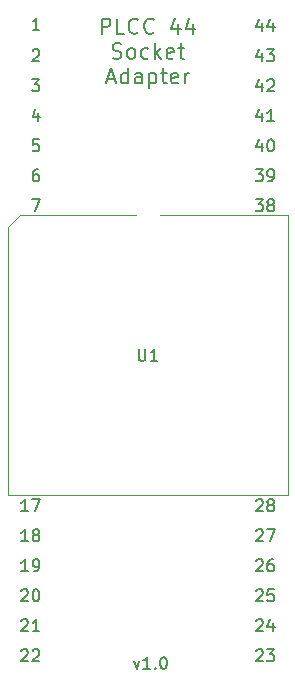
<source format=gbr>
%TF.GenerationSoftware,KiCad,Pcbnew,8.0.7*%
%TF.CreationDate,2025-02-20T01:51:32-06:00*%
%TF.ProjectId,PLCC-44-Socket-Adapter,504c4343-2d34-4342-9d53-6f636b65742d,v1.0*%
%TF.SameCoordinates,Original*%
%TF.FileFunction,Legend,Top*%
%TF.FilePolarity,Positive*%
%FSLAX46Y46*%
G04 Gerber Fmt 4.6, Leading zero omitted, Abs format (unit mm)*
G04 Created by KiCad (PCBNEW 8.0.7) date 2025-02-20 01:51:32*
%MOMM*%
%LPD*%
G01*
G04 APERTURE LIST*
%ADD10C,0.150000*%
%ADD11C,0.200000*%
%ADD12C,0.120000*%
G04 APERTURE END LIST*
D10*
X117129160Y-118980057D02*
X117176779Y-118932438D01*
X117176779Y-118932438D02*
X117272017Y-118884819D01*
X117272017Y-118884819D02*
X117510112Y-118884819D01*
X117510112Y-118884819D02*
X117605350Y-118932438D01*
X117605350Y-118932438D02*
X117652969Y-118980057D01*
X117652969Y-118980057D02*
X117700588Y-119075295D01*
X117700588Y-119075295D02*
X117700588Y-119170533D01*
X117700588Y-119170533D02*
X117652969Y-119313390D01*
X117652969Y-119313390D02*
X117081541Y-119884819D01*
X117081541Y-119884819D02*
X117700588Y-119884819D01*
X118033922Y-118884819D02*
X118652969Y-118884819D01*
X118652969Y-118884819D02*
X118319636Y-119265771D01*
X118319636Y-119265771D02*
X118462493Y-119265771D01*
X118462493Y-119265771D02*
X118557731Y-119313390D01*
X118557731Y-119313390D02*
X118605350Y-119361009D01*
X118605350Y-119361009D02*
X118652969Y-119456247D01*
X118652969Y-119456247D02*
X118652969Y-119694342D01*
X118652969Y-119694342D02*
X118605350Y-119789580D01*
X118605350Y-119789580D02*
X118557731Y-119837200D01*
X118557731Y-119837200D02*
X118462493Y-119884819D01*
X118462493Y-119884819D02*
X118176779Y-119884819D01*
X118176779Y-119884819D02*
X118081541Y-119837200D01*
X118081541Y-119837200D02*
X118033922Y-119789580D01*
X117605350Y-70958152D02*
X117605350Y-71624819D01*
X117367255Y-70577200D02*
X117129160Y-71291485D01*
X117129160Y-71291485D02*
X117748207Y-71291485D01*
X118081541Y-70720057D02*
X118129160Y-70672438D01*
X118129160Y-70672438D02*
X118224398Y-70624819D01*
X118224398Y-70624819D02*
X118462493Y-70624819D01*
X118462493Y-70624819D02*
X118557731Y-70672438D01*
X118557731Y-70672438D02*
X118605350Y-70720057D01*
X118605350Y-70720057D02*
X118652969Y-70815295D01*
X118652969Y-70815295D02*
X118652969Y-70910533D01*
X118652969Y-70910533D02*
X118605350Y-71053390D01*
X118605350Y-71053390D02*
X118033922Y-71624819D01*
X118033922Y-71624819D02*
X118652969Y-71624819D01*
X98199411Y-68180057D02*
X98247030Y-68132438D01*
X98247030Y-68132438D02*
X98342268Y-68084819D01*
X98342268Y-68084819D02*
X98580363Y-68084819D01*
X98580363Y-68084819D02*
X98675601Y-68132438D01*
X98675601Y-68132438D02*
X98723220Y-68180057D01*
X98723220Y-68180057D02*
X98770839Y-68275295D01*
X98770839Y-68275295D02*
X98770839Y-68370533D01*
X98770839Y-68370533D02*
X98723220Y-68513390D01*
X98723220Y-68513390D02*
X98151792Y-69084819D01*
X98151792Y-69084819D02*
X98770839Y-69084819D01*
X117081541Y-80784819D02*
X117700588Y-80784819D01*
X117700588Y-80784819D02*
X117367255Y-81165771D01*
X117367255Y-81165771D02*
X117510112Y-81165771D01*
X117510112Y-81165771D02*
X117605350Y-81213390D01*
X117605350Y-81213390D02*
X117652969Y-81261009D01*
X117652969Y-81261009D02*
X117700588Y-81356247D01*
X117700588Y-81356247D02*
X117700588Y-81594342D01*
X117700588Y-81594342D02*
X117652969Y-81689580D01*
X117652969Y-81689580D02*
X117605350Y-81737200D01*
X117605350Y-81737200D02*
X117510112Y-81784819D01*
X117510112Y-81784819D02*
X117224398Y-81784819D01*
X117224398Y-81784819D02*
X117129160Y-81737200D01*
X117129160Y-81737200D02*
X117081541Y-81689580D01*
X118272017Y-81213390D02*
X118176779Y-81165771D01*
X118176779Y-81165771D02*
X118129160Y-81118152D01*
X118129160Y-81118152D02*
X118081541Y-81022914D01*
X118081541Y-81022914D02*
X118081541Y-80975295D01*
X118081541Y-80975295D02*
X118129160Y-80880057D01*
X118129160Y-80880057D02*
X118176779Y-80832438D01*
X118176779Y-80832438D02*
X118272017Y-80784819D01*
X118272017Y-80784819D02*
X118462493Y-80784819D01*
X118462493Y-80784819D02*
X118557731Y-80832438D01*
X118557731Y-80832438D02*
X118605350Y-80880057D01*
X118605350Y-80880057D02*
X118652969Y-80975295D01*
X118652969Y-80975295D02*
X118652969Y-81022914D01*
X118652969Y-81022914D02*
X118605350Y-81118152D01*
X118605350Y-81118152D02*
X118557731Y-81165771D01*
X118557731Y-81165771D02*
X118462493Y-81213390D01*
X118462493Y-81213390D02*
X118272017Y-81213390D01*
X118272017Y-81213390D02*
X118176779Y-81261009D01*
X118176779Y-81261009D02*
X118129160Y-81308628D01*
X118129160Y-81308628D02*
X118081541Y-81403866D01*
X118081541Y-81403866D02*
X118081541Y-81594342D01*
X118081541Y-81594342D02*
X118129160Y-81689580D01*
X118129160Y-81689580D02*
X118176779Y-81737200D01*
X118176779Y-81737200D02*
X118272017Y-81784819D01*
X118272017Y-81784819D02*
X118462493Y-81784819D01*
X118462493Y-81784819D02*
X118557731Y-81737200D01*
X118557731Y-81737200D02*
X118605350Y-81689580D01*
X118605350Y-81689580D02*
X118652969Y-81594342D01*
X118652969Y-81594342D02*
X118652969Y-81403866D01*
X118652969Y-81403866D02*
X118605350Y-81308628D01*
X118605350Y-81308628D02*
X118557731Y-81261009D01*
X118557731Y-81261009D02*
X118462493Y-81213390D01*
X98723220Y-75704819D02*
X98247030Y-75704819D01*
X98247030Y-75704819D02*
X98199411Y-76181009D01*
X98199411Y-76181009D02*
X98247030Y-76133390D01*
X98247030Y-76133390D02*
X98342268Y-76085771D01*
X98342268Y-76085771D02*
X98580363Y-76085771D01*
X98580363Y-76085771D02*
X98675601Y-76133390D01*
X98675601Y-76133390D02*
X98723220Y-76181009D01*
X98723220Y-76181009D02*
X98770839Y-76276247D01*
X98770839Y-76276247D02*
X98770839Y-76514342D01*
X98770839Y-76514342D02*
X98723220Y-76609580D01*
X98723220Y-76609580D02*
X98675601Y-76657200D01*
X98675601Y-76657200D02*
X98580363Y-76704819D01*
X98580363Y-76704819D02*
X98342268Y-76704819D01*
X98342268Y-76704819D02*
X98247030Y-76657200D01*
X98247030Y-76657200D02*
X98199411Y-76609580D01*
X98151792Y-80784819D02*
X98818458Y-80784819D01*
X98818458Y-80784819D02*
X98389887Y-81784819D01*
X117129160Y-106280057D02*
X117176779Y-106232438D01*
X117176779Y-106232438D02*
X117272017Y-106184819D01*
X117272017Y-106184819D02*
X117510112Y-106184819D01*
X117510112Y-106184819D02*
X117605350Y-106232438D01*
X117605350Y-106232438D02*
X117652969Y-106280057D01*
X117652969Y-106280057D02*
X117700588Y-106375295D01*
X117700588Y-106375295D02*
X117700588Y-106470533D01*
X117700588Y-106470533D02*
X117652969Y-106613390D01*
X117652969Y-106613390D02*
X117081541Y-107184819D01*
X117081541Y-107184819D02*
X117700588Y-107184819D01*
X118272017Y-106613390D02*
X118176779Y-106565771D01*
X118176779Y-106565771D02*
X118129160Y-106518152D01*
X118129160Y-106518152D02*
X118081541Y-106422914D01*
X118081541Y-106422914D02*
X118081541Y-106375295D01*
X118081541Y-106375295D02*
X118129160Y-106280057D01*
X118129160Y-106280057D02*
X118176779Y-106232438D01*
X118176779Y-106232438D02*
X118272017Y-106184819D01*
X118272017Y-106184819D02*
X118462493Y-106184819D01*
X118462493Y-106184819D02*
X118557731Y-106232438D01*
X118557731Y-106232438D02*
X118605350Y-106280057D01*
X118605350Y-106280057D02*
X118652969Y-106375295D01*
X118652969Y-106375295D02*
X118652969Y-106422914D01*
X118652969Y-106422914D02*
X118605350Y-106518152D01*
X118605350Y-106518152D02*
X118557731Y-106565771D01*
X118557731Y-106565771D02*
X118462493Y-106613390D01*
X118462493Y-106613390D02*
X118272017Y-106613390D01*
X118272017Y-106613390D02*
X118176779Y-106661009D01*
X118176779Y-106661009D02*
X118129160Y-106708628D01*
X118129160Y-106708628D02*
X118081541Y-106803866D01*
X118081541Y-106803866D02*
X118081541Y-106994342D01*
X118081541Y-106994342D02*
X118129160Y-107089580D01*
X118129160Y-107089580D02*
X118176779Y-107137200D01*
X118176779Y-107137200D02*
X118272017Y-107184819D01*
X118272017Y-107184819D02*
X118462493Y-107184819D01*
X118462493Y-107184819D02*
X118557731Y-107137200D01*
X118557731Y-107137200D02*
X118605350Y-107089580D01*
X118605350Y-107089580D02*
X118652969Y-106994342D01*
X118652969Y-106994342D02*
X118652969Y-106803866D01*
X118652969Y-106803866D02*
X118605350Y-106708628D01*
X118605350Y-106708628D02*
X118557731Y-106661009D01*
X118557731Y-106661009D02*
X118462493Y-106613390D01*
X117605350Y-68418152D02*
X117605350Y-69084819D01*
X117367255Y-68037200D02*
X117129160Y-68751485D01*
X117129160Y-68751485D02*
X117748207Y-68751485D01*
X118033922Y-68084819D02*
X118652969Y-68084819D01*
X118652969Y-68084819D02*
X118319636Y-68465771D01*
X118319636Y-68465771D02*
X118462493Y-68465771D01*
X118462493Y-68465771D02*
X118557731Y-68513390D01*
X118557731Y-68513390D02*
X118605350Y-68561009D01*
X118605350Y-68561009D02*
X118652969Y-68656247D01*
X118652969Y-68656247D02*
X118652969Y-68894342D01*
X118652969Y-68894342D02*
X118605350Y-68989580D01*
X118605350Y-68989580D02*
X118557731Y-69037200D01*
X118557731Y-69037200D02*
X118462493Y-69084819D01*
X118462493Y-69084819D02*
X118176779Y-69084819D01*
X118176779Y-69084819D02*
X118081541Y-69037200D01*
X118081541Y-69037200D02*
X118033922Y-68989580D01*
X117129160Y-113900057D02*
X117176779Y-113852438D01*
X117176779Y-113852438D02*
X117272017Y-113804819D01*
X117272017Y-113804819D02*
X117510112Y-113804819D01*
X117510112Y-113804819D02*
X117605350Y-113852438D01*
X117605350Y-113852438D02*
X117652969Y-113900057D01*
X117652969Y-113900057D02*
X117700588Y-113995295D01*
X117700588Y-113995295D02*
X117700588Y-114090533D01*
X117700588Y-114090533D02*
X117652969Y-114233390D01*
X117652969Y-114233390D02*
X117081541Y-114804819D01*
X117081541Y-114804819D02*
X117700588Y-114804819D01*
X118605350Y-113804819D02*
X118129160Y-113804819D01*
X118129160Y-113804819D02*
X118081541Y-114281009D01*
X118081541Y-114281009D02*
X118129160Y-114233390D01*
X118129160Y-114233390D02*
X118224398Y-114185771D01*
X118224398Y-114185771D02*
X118462493Y-114185771D01*
X118462493Y-114185771D02*
X118557731Y-114233390D01*
X118557731Y-114233390D02*
X118605350Y-114281009D01*
X118605350Y-114281009D02*
X118652969Y-114376247D01*
X118652969Y-114376247D02*
X118652969Y-114614342D01*
X118652969Y-114614342D02*
X118605350Y-114709580D01*
X118605350Y-114709580D02*
X118557731Y-114757200D01*
X118557731Y-114757200D02*
X118462493Y-114804819D01*
X118462493Y-114804819D02*
X118224398Y-114804819D01*
X118224398Y-114804819D02*
X118129160Y-114757200D01*
X118129160Y-114757200D02*
X118081541Y-114709580D01*
X97818458Y-112264819D02*
X97247030Y-112264819D01*
X97532744Y-112264819D02*
X97532744Y-111264819D01*
X97532744Y-111264819D02*
X97437506Y-111407676D01*
X97437506Y-111407676D02*
X97342268Y-111502914D01*
X97342268Y-111502914D02*
X97247030Y-111550533D01*
X98294649Y-112264819D02*
X98485125Y-112264819D01*
X98485125Y-112264819D02*
X98580363Y-112217200D01*
X98580363Y-112217200D02*
X98627982Y-112169580D01*
X98627982Y-112169580D02*
X98723220Y-112026723D01*
X98723220Y-112026723D02*
X98770839Y-111836247D01*
X98770839Y-111836247D02*
X98770839Y-111455295D01*
X98770839Y-111455295D02*
X98723220Y-111360057D01*
X98723220Y-111360057D02*
X98675601Y-111312438D01*
X98675601Y-111312438D02*
X98580363Y-111264819D01*
X98580363Y-111264819D02*
X98389887Y-111264819D01*
X98389887Y-111264819D02*
X98294649Y-111312438D01*
X98294649Y-111312438D02*
X98247030Y-111360057D01*
X98247030Y-111360057D02*
X98199411Y-111455295D01*
X98199411Y-111455295D02*
X98199411Y-111693390D01*
X98199411Y-111693390D02*
X98247030Y-111788628D01*
X98247030Y-111788628D02*
X98294649Y-111836247D01*
X98294649Y-111836247D02*
X98389887Y-111883866D01*
X98389887Y-111883866D02*
X98580363Y-111883866D01*
X98580363Y-111883866D02*
X98675601Y-111836247D01*
X98675601Y-111836247D02*
X98723220Y-111788628D01*
X98723220Y-111788628D02*
X98770839Y-111693390D01*
X97818458Y-107184819D02*
X97247030Y-107184819D01*
X97532744Y-107184819D02*
X97532744Y-106184819D01*
X97532744Y-106184819D02*
X97437506Y-106327676D01*
X97437506Y-106327676D02*
X97342268Y-106422914D01*
X97342268Y-106422914D02*
X97247030Y-106470533D01*
X98151792Y-106184819D02*
X98818458Y-106184819D01*
X98818458Y-106184819D02*
X98389887Y-107184819D01*
X98151792Y-70624819D02*
X98770839Y-70624819D01*
X98770839Y-70624819D02*
X98437506Y-71005771D01*
X98437506Y-71005771D02*
X98580363Y-71005771D01*
X98580363Y-71005771D02*
X98675601Y-71053390D01*
X98675601Y-71053390D02*
X98723220Y-71101009D01*
X98723220Y-71101009D02*
X98770839Y-71196247D01*
X98770839Y-71196247D02*
X98770839Y-71434342D01*
X98770839Y-71434342D02*
X98723220Y-71529580D01*
X98723220Y-71529580D02*
X98675601Y-71577200D01*
X98675601Y-71577200D02*
X98580363Y-71624819D01*
X98580363Y-71624819D02*
X98294649Y-71624819D01*
X98294649Y-71624819D02*
X98199411Y-71577200D01*
X98199411Y-71577200D02*
X98151792Y-71529580D01*
X117129160Y-111360057D02*
X117176779Y-111312438D01*
X117176779Y-111312438D02*
X117272017Y-111264819D01*
X117272017Y-111264819D02*
X117510112Y-111264819D01*
X117510112Y-111264819D02*
X117605350Y-111312438D01*
X117605350Y-111312438D02*
X117652969Y-111360057D01*
X117652969Y-111360057D02*
X117700588Y-111455295D01*
X117700588Y-111455295D02*
X117700588Y-111550533D01*
X117700588Y-111550533D02*
X117652969Y-111693390D01*
X117652969Y-111693390D02*
X117081541Y-112264819D01*
X117081541Y-112264819D02*
X117700588Y-112264819D01*
X118557731Y-111264819D02*
X118367255Y-111264819D01*
X118367255Y-111264819D02*
X118272017Y-111312438D01*
X118272017Y-111312438D02*
X118224398Y-111360057D01*
X118224398Y-111360057D02*
X118129160Y-111502914D01*
X118129160Y-111502914D02*
X118081541Y-111693390D01*
X118081541Y-111693390D02*
X118081541Y-112074342D01*
X118081541Y-112074342D02*
X118129160Y-112169580D01*
X118129160Y-112169580D02*
X118176779Y-112217200D01*
X118176779Y-112217200D02*
X118272017Y-112264819D01*
X118272017Y-112264819D02*
X118462493Y-112264819D01*
X118462493Y-112264819D02*
X118557731Y-112217200D01*
X118557731Y-112217200D02*
X118605350Y-112169580D01*
X118605350Y-112169580D02*
X118652969Y-112074342D01*
X118652969Y-112074342D02*
X118652969Y-111836247D01*
X118652969Y-111836247D02*
X118605350Y-111741009D01*
X118605350Y-111741009D02*
X118557731Y-111693390D01*
X118557731Y-111693390D02*
X118462493Y-111645771D01*
X118462493Y-111645771D02*
X118272017Y-111645771D01*
X118272017Y-111645771D02*
X118176779Y-111693390D01*
X118176779Y-111693390D02*
X118129160Y-111741009D01*
X118129160Y-111741009D02*
X118081541Y-111836247D01*
X97247030Y-118980057D02*
X97294649Y-118932438D01*
X97294649Y-118932438D02*
X97389887Y-118884819D01*
X97389887Y-118884819D02*
X97627982Y-118884819D01*
X97627982Y-118884819D02*
X97723220Y-118932438D01*
X97723220Y-118932438D02*
X97770839Y-118980057D01*
X97770839Y-118980057D02*
X97818458Y-119075295D01*
X97818458Y-119075295D02*
X97818458Y-119170533D01*
X97818458Y-119170533D02*
X97770839Y-119313390D01*
X97770839Y-119313390D02*
X97199411Y-119884819D01*
X97199411Y-119884819D02*
X97818458Y-119884819D01*
X98199411Y-118980057D02*
X98247030Y-118932438D01*
X98247030Y-118932438D02*
X98342268Y-118884819D01*
X98342268Y-118884819D02*
X98580363Y-118884819D01*
X98580363Y-118884819D02*
X98675601Y-118932438D01*
X98675601Y-118932438D02*
X98723220Y-118980057D01*
X98723220Y-118980057D02*
X98770839Y-119075295D01*
X98770839Y-119075295D02*
X98770839Y-119170533D01*
X98770839Y-119170533D02*
X98723220Y-119313390D01*
X98723220Y-119313390D02*
X98151792Y-119884819D01*
X98151792Y-119884819D02*
X98770839Y-119884819D01*
X117605350Y-73498152D02*
X117605350Y-74164819D01*
X117367255Y-73117200D02*
X117129160Y-73831485D01*
X117129160Y-73831485D02*
X117748207Y-73831485D01*
X118652969Y-74164819D02*
X118081541Y-74164819D01*
X118367255Y-74164819D02*
X118367255Y-73164819D01*
X118367255Y-73164819D02*
X118272017Y-73307676D01*
X118272017Y-73307676D02*
X118176779Y-73402914D01*
X118176779Y-73402914D02*
X118081541Y-73450533D01*
X97247030Y-116440057D02*
X97294649Y-116392438D01*
X97294649Y-116392438D02*
X97389887Y-116344819D01*
X97389887Y-116344819D02*
X97627982Y-116344819D01*
X97627982Y-116344819D02*
X97723220Y-116392438D01*
X97723220Y-116392438D02*
X97770839Y-116440057D01*
X97770839Y-116440057D02*
X97818458Y-116535295D01*
X97818458Y-116535295D02*
X97818458Y-116630533D01*
X97818458Y-116630533D02*
X97770839Y-116773390D01*
X97770839Y-116773390D02*
X97199411Y-117344819D01*
X97199411Y-117344819D02*
X97818458Y-117344819D01*
X98770839Y-117344819D02*
X98199411Y-117344819D01*
X98485125Y-117344819D02*
X98485125Y-116344819D01*
X98485125Y-116344819D02*
X98389887Y-116487676D01*
X98389887Y-116487676D02*
X98294649Y-116582914D01*
X98294649Y-116582914D02*
X98199411Y-116630533D01*
X98770839Y-66417819D02*
X98199411Y-66417819D01*
X98485125Y-66417819D02*
X98485125Y-65417819D01*
X98485125Y-65417819D02*
X98389887Y-65560676D01*
X98389887Y-65560676D02*
X98294649Y-65655914D01*
X98294649Y-65655914D02*
X98199411Y-65703533D01*
X117605350Y-76038152D02*
X117605350Y-76704819D01*
X117367255Y-75657200D02*
X117129160Y-76371485D01*
X117129160Y-76371485D02*
X117748207Y-76371485D01*
X118319636Y-75704819D02*
X118414874Y-75704819D01*
X118414874Y-75704819D02*
X118510112Y-75752438D01*
X118510112Y-75752438D02*
X118557731Y-75800057D01*
X118557731Y-75800057D02*
X118605350Y-75895295D01*
X118605350Y-75895295D02*
X118652969Y-76085771D01*
X118652969Y-76085771D02*
X118652969Y-76323866D01*
X118652969Y-76323866D02*
X118605350Y-76514342D01*
X118605350Y-76514342D02*
X118557731Y-76609580D01*
X118557731Y-76609580D02*
X118510112Y-76657200D01*
X118510112Y-76657200D02*
X118414874Y-76704819D01*
X118414874Y-76704819D02*
X118319636Y-76704819D01*
X118319636Y-76704819D02*
X118224398Y-76657200D01*
X118224398Y-76657200D02*
X118176779Y-76609580D01*
X118176779Y-76609580D02*
X118129160Y-76514342D01*
X118129160Y-76514342D02*
X118081541Y-76323866D01*
X118081541Y-76323866D02*
X118081541Y-76085771D01*
X118081541Y-76085771D02*
X118129160Y-75895295D01*
X118129160Y-75895295D02*
X118176779Y-75800057D01*
X118176779Y-75800057D02*
X118224398Y-75752438D01*
X118224398Y-75752438D02*
X118319636Y-75704819D01*
X98675601Y-73498152D02*
X98675601Y-74164819D01*
X98437506Y-73117200D02*
X98199411Y-73831485D01*
X98199411Y-73831485D02*
X98818458Y-73831485D01*
X98675601Y-78244819D02*
X98485125Y-78244819D01*
X98485125Y-78244819D02*
X98389887Y-78292438D01*
X98389887Y-78292438D02*
X98342268Y-78340057D01*
X98342268Y-78340057D02*
X98247030Y-78482914D01*
X98247030Y-78482914D02*
X98199411Y-78673390D01*
X98199411Y-78673390D02*
X98199411Y-79054342D01*
X98199411Y-79054342D02*
X98247030Y-79149580D01*
X98247030Y-79149580D02*
X98294649Y-79197200D01*
X98294649Y-79197200D02*
X98389887Y-79244819D01*
X98389887Y-79244819D02*
X98580363Y-79244819D01*
X98580363Y-79244819D02*
X98675601Y-79197200D01*
X98675601Y-79197200D02*
X98723220Y-79149580D01*
X98723220Y-79149580D02*
X98770839Y-79054342D01*
X98770839Y-79054342D02*
X98770839Y-78816247D01*
X98770839Y-78816247D02*
X98723220Y-78721009D01*
X98723220Y-78721009D02*
X98675601Y-78673390D01*
X98675601Y-78673390D02*
X98580363Y-78625771D01*
X98580363Y-78625771D02*
X98389887Y-78625771D01*
X98389887Y-78625771D02*
X98294649Y-78673390D01*
X98294649Y-78673390D02*
X98247030Y-78721009D01*
X98247030Y-78721009D02*
X98199411Y-78816247D01*
D11*
X104050000Y-66764650D02*
X104050000Y-65464650D01*
X104050000Y-65464650D02*
X104545238Y-65464650D01*
X104545238Y-65464650D02*
X104669048Y-65526555D01*
X104669048Y-65526555D02*
X104730953Y-65588460D01*
X104730953Y-65588460D02*
X104792857Y-65712269D01*
X104792857Y-65712269D02*
X104792857Y-65897984D01*
X104792857Y-65897984D02*
X104730953Y-66021793D01*
X104730953Y-66021793D02*
X104669048Y-66083698D01*
X104669048Y-66083698D02*
X104545238Y-66145603D01*
X104545238Y-66145603D02*
X104050000Y-66145603D01*
X105969048Y-66764650D02*
X105350000Y-66764650D01*
X105350000Y-66764650D02*
X105350000Y-65464650D01*
X107145238Y-66640841D02*
X107083334Y-66702746D01*
X107083334Y-66702746D02*
X106897619Y-66764650D01*
X106897619Y-66764650D02*
X106773810Y-66764650D01*
X106773810Y-66764650D02*
X106588096Y-66702746D01*
X106588096Y-66702746D02*
X106464286Y-66578936D01*
X106464286Y-66578936D02*
X106402381Y-66455126D01*
X106402381Y-66455126D02*
X106340477Y-66207507D01*
X106340477Y-66207507D02*
X106340477Y-66021793D01*
X106340477Y-66021793D02*
X106402381Y-65774174D01*
X106402381Y-65774174D02*
X106464286Y-65650365D01*
X106464286Y-65650365D02*
X106588096Y-65526555D01*
X106588096Y-65526555D02*
X106773810Y-65464650D01*
X106773810Y-65464650D02*
X106897619Y-65464650D01*
X106897619Y-65464650D02*
X107083334Y-65526555D01*
X107083334Y-65526555D02*
X107145238Y-65588460D01*
X108445238Y-66640841D02*
X108383334Y-66702746D01*
X108383334Y-66702746D02*
X108197619Y-66764650D01*
X108197619Y-66764650D02*
X108073810Y-66764650D01*
X108073810Y-66764650D02*
X107888096Y-66702746D01*
X107888096Y-66702746D02*
X107764286Y-66578936D01*
X107764286Y-66578936D02*
X107702381Y-66455126D01*
X107702381Y-66455126D02*
X107640477Y-66207507D01*
X107640477Y-66207507D02*
X107640477Y-66021793D01*
X107640477Y-66021793D02*
X107702381Y-65774174D01*
X107702381Y-65774174D02*
X107764286Y-65650365D01*
X107764286Y-65650365D02*
X107888096Y-65526555D01*
X107888096Y-65526555D02*
X108073810Y-65464650D01*
X108073810Y-65464650D02*
X108197619Y-65464650D01*
X108197619Y-65464650D02*
X108383334Y-65526555D01*
X108383334Y-65526555D02*
X108445238Y-65588460D01*
X110550000Y-65897984D02*
X110550000Y-66764650D01*
X110240476Y-65402746D02*
X109930953Y-66331317D01*
X109930953Y-66331317D02*
X110735714Y-66331317D01*
X111788095Y-65897984D02*
X111788095Y-66764650D01*
X111478571Y-65402746D02*
X111169048Y-66331317D01*
X111169048Y-66331317D02*
X111973809Y-66331317D01*
X104978572Y-68795673D02*
X105164286Y-68857577D01*
X105164286Y-68857577D02*
X105473810Y-68857577D01*
X105473810Y-68857577D02*
X105597619Y-68795673D01*
X105597619Y-68795673D02*
X105659524Y-68733768D01*
X105659524Y-68733768D02*
X105721429Y-68609958D01*
X105721429Y-68609958D02*
X105721429Y-68486149D01*
X105721429Y-68486149D02*
X105659524Y-68362339D01*
X105659524Y-68362339D02*
X105597619Y-68300434D01*
X105597619Y-68300434D02*
X105473810Y-68238530D01*
X105473810Y-68238530D02*
X105226191Y-68176625D01*
X105226191Y-68176625D02*
X105102381Y-68114720D01*
X105102381Y-68114720D02*
X105040476Y-68052815D01*
X105040476Y-68052815D02*
X104978572Y-67929006D01*
X104978572Y-67929006D02*
X104978572Y-67805196D01*
X104978572Y-67805196D02*
X105040476Y-67681387D01*
X105040476Y-67681387D02*
X105102381Y-67619482D01*
X105102381Y-67619482D02*
X105226191Y-67557577D01*
X105226191Y-67557577D02*
X105535714Y-67557577D01*
X105535714Y-67557577D02*
X105721429Y-67619482D01*
X106464286Y-68857577D02*
X106340476Y-68795673D01*
X106340476Y-68795673D02*
X106278571Y-68733768D01*
X106278571Y-68733768D02*
X106216667Y-68609958D01*
X106216667Y-68609958D02*
X106216667Y-68238530D01*
X106216667Y-68238530D02*
X106278571Y-68114720D01*
X106278571Y-68114720D02*
X106340476Y-68052815D01*
X106340476Y-68052815D02*
X106464286Y-67990911D01*
X106464286Y-67990911D02*
X106650000Y-67990911D01*
X106650000Y-67990911D02*
X106773809Y-68052815D01*
X106773809Y-68052815D02*
X106835714Y-68114720D01*
X106835714Y-68114720D02*
X106897619Y-68238530D01*
X106897619Y-68238530D02*
X106897619Y-68609958D01*
X106897619Y-68609958D02*
X106835714Y-68733768D01*
X106835714Y-68733768D02*
X106773809Y-68795673D01*
X106773809Y-68795673D02*
X106650000Y-68857577D01*
X106650000Y-68857577D02*
X106464286Y-68857577D01*
X108011904Y-68795673D02*
X107888095Y-68857577D01*
X107888095Y-68857577D02*
X107640476Y-68857577D01*
X107640476Y-68857577D02*
X107516666Y-68795673D01*
X107516666Y-68795673D02*
X107454761Y-68733768D01*
X107454761Y-68733768D02*
X107392857Y-68609958D01*
X107392857Y-68609958D02*
X107392857Y-68238530D01*
X107392857Y-68238530D02*
X107454761Y-68114720D01*
X107454761Y-68114720D02*
X107516666Y-68052815D01*
X107516666Y-68052815D02*
X107640476Y-67990911D01*
X107640476Y-67990911D02*
X107888095Y-67990911D01*
X107888095Y-67990911D02*
X108011904Y-68052815D01*
X108569047Y-68857577D02*
X108569047Y-67557577D01*
X108692857Y-68362339D02*
X109064285Y-68857577D01*
X109064285Y-67990911D02*
X108569047Y-68486149D01*
X110116666Y-68795673D02*
X109992857Y-68857577D01*
X109992857Y-68857577D02*
X109745238Y-68857577D01*
X109745238Y-68857577D02*
X109621428Y-68795673D01*
X109621428Y-68795673D02*
X109559524Y-68671863D01*
X109559524Y-68671863D02*
X109559524Y-68176625D01*
X109559524Y-68176625D02*
X109621428Y-68052815D01*
X109621428Y-68052815D02*
X109745238Y-67990911D01*
X109745238Y-67990911D02*
X109992857Y-67990911D01*
X109992857Y-67990911D02*
X110116666Y-68052815D01*
X110116666Y-68052815D02*
X110178571Y-68176625D01*
X110178571Y-68176625D02*
X110178571Y-68300434D01*
X110178571Y-68300434D02*
X109559524Y-68424244D01*
X110550000Y-67990911D02*
X111045238Y-67990911D01*
X110735714Y-67557577D02*
X110735714Y-68671863D01*
X110735714Y-68671863D02*
X110797619Y-68795673D01*
X110797619Y-68795673D02*
X110921429Y-68857577D01*
X110921429Y-68857577D02*
X111045238Y-68857577D01*
X104545239Y-70579076D02*
X105164286Y-70579076D01*
X104421429Y-70950504D02*
X104854762Y-69650504D01*
X104854762Y-69650504D02*
X105288096Y-70950504D01*
X106278572Y-70950504D02*
X106278572Y-69650504D01*
X106278572Y-70888600D02*
X106154763Y-70950504D01*
X106154763Y-70950504D02*
X105907144Y-70950504D01*
X105907144Y-70950504D02*
X105783334Y-70888600D01*
X105783334Y-70888600D02*
X105721429Y-70826695D01*
X105721429Y-70826695D02*
X105659525Y-70702885D01*
X105659525Y-70702885D02*
X105659525Y-70331457D01*
X105659525Y-70331457D02*
X105721429Y-70207647D01*
X105721429Y-70207647D02*
X105783334Y-70145742D01*
X105783334Y-70145742D02*
X105907144Y-70083838D01*
X105907144Y-70083838D02*
X106154763Y-70083838D01*
X106154763Y-70083838D02*
X106278572Y-70145742D01*
X107454762Y-70950504D02*
X107454762Y-70269552D01*
X107454762Y-70269552D02*
X107392857Y-70145742D01*
X107392857Y-70145742D02*
X107269048Y-70083838D01*
X107269048Y-70083838D02*
X107021429Y-70083838D01*
X107021429Y-70083838D02*
X106897619Y-70145742D01*
X107454762Y-70888600D02*
X107330953Y-70950504D01*
X107330953Y-70950504D02*
X107021429Y-70950504D01*
X107021429Y-70950504D02*
X106897619Y-70888600D01*
X106897619Y-70888600D02*
X106835715Y-70764790D01*
X106835715Y-70764790D02*
X106835715Y-70640980D01*
X106835715Y-70640980D02*
X106897619Y-70517171D01*
X106897619Y-70517171D02*
X107021429Y-70455266D01*
X107021429Y-70455266D02*
X107330953Y-70455266D01*
X107330953Y-70455266D02*
X107454762Y-70393361D01*
X108073809Y-70083838D02*
X108073809Y-71383838D01*
X108073809Y-70145742D02*
X108197619Y-70083838D01*
X108197619Y-70083838D02*
X108445238Y-70083838D01*
X108445238Y-70083838D02*
X108569047Y-70145742D01*
X108569047Y-70145742D02*
X108630952Y-70207647D01*
X108630952Y-70207647D02*
X108692857Y-70331457D01*
X108692857Y-70331457D02*
X108692857Y-70702885D01*
X108692857Y-70702885D02*
X108630952Y-70826695D01*
X108630952Y-70826695D02*
X108569047Y-70888600D01*
X108569047Y-70888600D02*
X108445238Y-70950504D01*
X108445238Y-70950504D02*
X108197619Y-70950504D01*
X108197619Y-70950504D02*
X108073809Y-70888600D01*
X109064285Y-70083838D02*
X109559523Y-70083838D01*
X109249999Y-69650504D02*
X109249999Y-70764790D01*
X109249999Y-70764790D02*
X109311904Y-70888600D01*
X109311904Y-70888600D02*
X109435714Y-70950504D01*
X109435714Y-70950504D02*
X109559523Y-70950504D01*
X110488094Y-70888600D02*
X110364285Y-70950504D01*
X110364285Y-70950504D02*
X110116666Y-70950504D01*
X110116666Y-70950504D02*
X109992856Y-70888600D01*
X109992856Y-70888600D02*
X109930952Y-70764790D01*
X109930952Y-70764790D02*
X109930952Y-70269552D01*
X109930952Y-70269552D02*
X109992856Y-70145742D01*
X109992856Y-70145742D02*
X110116666Y-70083838D01*
X110116666Y-70083838D02*
X110364285Y-70083838D01*
X110364285Y-70083838D02*
X110488094Y-70145742D01*
X110488094Y-70145742D02*
X110549999Y-70269552D01*
X110549999Y-70269552D02*
X110549999Y-70393361D01*
X110549999Y-70393361D02*
X109930952Y-70517171D01*
X111107142Y-70950504D02*
X111107142Y-70083838D01*
X111107142Y-70331457D02*
X111169047Y-70207647D01*
X111169047Y-70207647D02*
X111230952Y-70145742D01*
X111230952Y-70145742D02*
X111354761Y-70083838D01*
X111354761Y-70083838D02*
X111478571Y-70083838D01*
D10*
X117605350Y-65878152D02*
X117605350Y-66544819D01*
X117367255Y-65497200D02*
X117129160Y-66211485D01*
X117129160Y-66211485D02*
X117748207Y-66211485D01*
X118557731Y-65878152D02*
X118557731Y-66544819D01*
X118319636Y-65497200D02*
X118081541Y-66211485D01*
X118081541Y-66211485D02*
X118700588Y-66211485D01*
X117129160Y-116440057D02*
X117176779Y-116392438D01*
X117176779Y-116392438D02*
X117272017Y-116344819D01*
X117272017Y-116344819D02*
X117510112Y-116344819D01*
X117510112Y-116344819D02*
X117605350Y-116392438D01*
X117605350Y-116392438D02*
X117652969Y-116440057D01*
X117652969Y-116440057D02*
X117700588Y-116535295D01*
X117700588Y-116535295D02*
X117700588Y-116630533D01*
X117700588Y-116630533D02*
X117652969Y-116773390D01*
X117652969Y-116773390D02*
X117081541Y-117344819D01*
X117081541Y-117344819D02*
X117700588Y-117344819D01*
X118557731Y-116678152D02*
X118557731Y-117344819D01*
X118319636Y-116297200D02*
X118081541Y-117011485D01*
X118081541Y-117011485D02*
X118700588Y-117011485D01*
X117129160Y-108820057D02*
X117176779Y-108772438D01*
X117176779Y-108772438D02*
X117272017Y-108724819D01*
X117272017Y-108724819D02*
X117510112Y-108724819D01*
X117510112Y-108724819D02*
X117605350Y-108772438D01*
X117605350Y-108772438D02*
X117652969Y-108820057D01*
X117652969Y-108820057D02*
X117700588Y-108915295D01*
X117700588Y-108915295D02*
X117700588Y-109010533D01*
X117700588Y-109010533D02*
X117652969Y-109153390D01*
X117652969Y-109153390D02*
X117081541Y-109724819D01*
X117081541Y-109724819D02*
X117700588Y-109724819D01*
X118033922Y-108724819D02*
X118700588Y-108724819D01*
X118700588Y-108724819D02*
X118272017Y-109724819D01*
X97818458Y-109724819D02*
X97247030Y-109724819D01*
X97532744Y-109724819D02*
X97532744Y-108724819D01*
X97532744Y-108724819D02*
X97437506Y-108867676D01*
X97437506Y-108867676D02*
X97342268Y-108962914D01*
X97342268Y-108962914D02*
X97247030Y-109010533D01*
X98389887Y-109153390D02*
X98294649Y-109105771D01*
X98294649Y-109105771D02*
X98247030Y-109058152D01*
X98247030Y-109058152D02*
X98199411Y-108962914D01*
X98199411Y-108962914D02*
X98199411Y-108915295D01*
X98199411Y-108915295D02*
X98247030Y-108820057D01*
X98247030Y-108820057D02*
X98294649Y-108772438D01*
X98294649Y-108772438D02*
X98389887Y-108724819D01*
X98389887Y-108724819D02*
X98580363Y-108724819D01*
X98580363Y-108724819D02*
X98675601Y-108772438D01*
X98675601Y-108772438D02*
X98723220Y-108820057D01*
X98723220Y-108820057D02*
X98770839Y-108915295D01*
X98770839Y-108915295D02*
X98770839Y-108962914D01*
X98770839Y-108962914D02*
X98723220Y-109058152D01*
X98723220Y-109058152D02*
X98675601Y-109105771D01*
X98675601Y-109105771D02*
X98580363Y-109153390D01*
X98580363Y-109153390D02*
X98389887Y-109153390D01*
X98389887Y-109153390D02*
X98294649Y-109201009D01*
X98294649Y-109201009D02*
X98247030Y-109248628D01*
X98247030Y-109248628D02*
X98199411Y-109343866D01*
X98199411Y-109343866D02*
X98199411Y-109534342D01*
X98199411Y-109534342D02*
X98247030Y-109629580D01*
X98247030Y-109629580D02*
X98294649Y-109677200D01*
X98294649Y-109677200D02*
X98389887Y-109724819D01*
X98389887Y-109724819D02*
X98580363Y-109724819D01*
X98580363Y-109724819D02*
X98675601Y-109677200D01*
X98675601Y-109677200D02*
X98723220Y-109629580D01*
X98723220Y-109629580D02*
X98770839Y-109534342D01*
X98770839Y-109534342D02*
X98770839Y-109343866D01*
X98770839Y-109343866D02*
X98723220Y-109248628D01*
X98723220Y-109248628D02*
X98675601Y-109201009D01*
X98675601Y-109201009D02*
X98580363Y-109153390D01*
X117081541Y-78244819D02*
X117700588Y-78244819D01*
X117700588Y-78244819D02*
X117367255Y-78625771D01*
X117367255Y-78625771D02*
X117510112Y-78625771D01*
X117510112Y-78625771D02*
X117605350Y-78673390D01*
X117605350Y-78673390D02*
X117652969Y-78721009D01*
X117652969Y-78721009D02*
X117700588Y-78816247D01*
X117700588Y-78816247D02*
X117700588Y-79054342D01*
X117700588Y-79054342D02*
X117652969Y-79149580D01*
X117652969Y-79149580D02*
X117605350Y-79197200D01*
X117605350Y-79197200D02*
X117510112Y-79244819D01*
X117510112Y-79244819D02*
X117224398Y-79244819D01*
X117224398Y-79244819D02*
X117129160Y-79197200D01*
X117129160Y-79197200D02*
X117081541Y-79149580D01*
X118176779Y-79244819D02*
X118367255Y-79244819D01*
X118367255Y-79244819D02*
X118462493Y-79197200D01*
X118462493Y-79197200D02*
X118510112Y-79149580D01*
X118510112Y-79149580D02*
X118605350Y-79006723D01*
X118605350Y-79006723D02*
X118652969Y-78816247D01*
X118652969Y-78816247D02*
X118652969Y-78435295D01*
X118652969Y-78435295D02*
X118605350Y-78340057D01*
X118605350Y-78340057D02*
X118557731Y-78292438D01*
X118557731Y-78292438D02*
X118462493Y-78244819D01*
X118462493Y-78244819D02*
X118272017Y-78244819D01*
X118272017Y-78244819D02*
X118176779Y-78292438D01*
X118176779Y-78292438D02*
X118129160Y-78340057D01*
X118129160Y-78340057D02*
X118081541Y-78435295D01*
X118081541Y-78435295D02*
X118081541Y-78673390D01*
X118081541Y-78673390D02*
X118129160Y-78768628D01*
X118129160Y-78768628D02*
X118176779Y-78816247D01*
X118176779Y-78816247D02*
X118272017Y-78863866D01*
X118272017Y-78863866D02*
X118462493Y-78863866D01*
X118462493Y-78863866D02*
X118557731Y-78816247D01*
X118557731Y-78816247D02*
X118605350Y-78768628D01*
X118605350Y-78768628D02*
X118652969Y-78673390D01*
X97247030Y-113900057D02*
X97294649Y-113852438D01*
X97294649Y-113852438D02*
X97389887Y-113804819D01*
X97389887Y-113804819D02*
X97627982Y-113804819D01*
X97627982Y-113804819D02*
X97723220Y-113852438D01*
X97723220Y-113852438D02*
X97770839Y-113900057D01*
X97770839Y-113900057D02*
X97818458Y-113995295D01*
X97818458Y-113995295D02*
X97818458Y-114090533D01*
X97818458Y-114090533D02*
X97770839Y-114233390D01*
X97770839Y-114233390D02*
X97199411Y-114804819D01*
X97199411Y-114804819D02*
X97818458Y-114804819D01*
X98437506Y-113804819D02*
X98532744Y-113804819D01*
X98532744Y-113804819D02*
X98627982Y-113852438D01*
X98627982Y-113852438D02*
X98675601Y-113900057D01*
X98675601Y-113900057D02*
X98723220Y-113995295D01*
X98723220Y-113995295D02*
X98770839Y-114185771D01*
X98770839Y-114185771D02*
X98770839Y-114423866D01*
X98770839Y-114423866D02*
X98723220Y-114614342D01*
X98723220Y-114614342D02*
X98675601Y-114709580D01*
X98675601Y-114709580D02*
X98627982Y-114757200D01*
X98627982Y-114757200D02*
X98532744Y-114804819D01*
X98532744Y-114804819D02*
X98437506Y-114804819D01*
X98437506Y-114804819D02*
X98342268Y-114757200D01*
X98342268Y-114757200D02*
X98294649Y-114709580D01*
X98294649Y-114709580D02*
X98247030Y-114614342D01*
X98247030Y-114614342D02*
X98199411Y-114423866D01*
X98199411Y-114423866D02*
X98199411Y-114185771D01*
X98199411Y-114185771D02*
X98247030Y-113995295D01*
X98247030Y-113995295D02*
X98294649Y-113900057D01*
X98294649Y-113900057D02*
X98342268Y-113852438D01*
X98342268Y-113852438D02*
X98437506Y-113804819D01*
X106775429Y-119853152D02*
X107013524Y-120519819D01*
X107013524Y-120519819D02*
X107251619Y-119853152D01*
X108156381Y-120519819D02*
X107584953Y-120519819D01*
X107870667Y-120519819D02*
X107870667Y-119519819D01*
X107870667Y-119519819D02*
X107775429Y-119662676D01*
X107775429Y-119662676D02*
X107680191Y-119757914D01*
X107680191Y-119757914D02*
X107584953Y-119805533D01*
X108584953Y-120424580D02*
X108632572Y-120472200D01*
X108632572Y-120472200D02*
X108584953Y-120519819D01*
X108584953Y-120519819D02*
X108537334Y-120472200D01*
X108537334Y-120472200D02*
X108584953Y-120424580D01*
X108584953Y-120424580D02*
X108584953Y-120519819D01*
X109251619Y-119519819D02*
X109346857Y-119519819D01*
X109346857Y-119519819D02*
X109442095Y-119567438D01*
X109442095Y-119567438D02*
X109489714Y-119615057D01*
X109489714Y-119615057D02*
X109537333Y-119710295D01*
X109537333Y-119710295D02*
X109584952Y-119900771D01*
X109584952Y-119900771D02*
X109584952Y-120138866D01*
X109584952Y-120138866D02*
X109537333Y-120329342D01*
X109537333Y-120329342D02*
X109489714Y-120424580D01*
X109489714Y-120424580D02*
X109442095Y-120472200D01*
X109442095Y-120472200D02*
X109346857Y-120519819D01*
X109346857Y-120519819D02*
X109251619Y-120519819D01*
X109251619Y-120519819D02*
X109156381Y-120472200D01*
X109156381Y-120472200D02*
X109108762Y-120424580D01*
X109108762Y-120424580D02*
X109061143Y-120329342D01*
X109061143Y-120329342D02*
X109013524Y-120138866D01*
X109013524Y-120138866D02*
X109013524Y-119900771D01*
X109013524Y-119900771D02*
X109061143Y-119710295D01*
X109061143Y-119710295D02*
X109108762Y-119615057D01*
X109108762Y-119615057D02*
X109156381Y-119567438D01*
X109156381Y-119567438D02*
X109251619Y-119519819D01*
X107188095Y-93434819D02*
X107188095Y-94244342D01*
X107188095Y-94244342D02*
X107235714Y-94339580D01*
X107235714Y-94339580D02*
X107283333Y-94387200D01*
X107283333Y-94387200D02*
X107378571Y-94434819D01*
X107378571Y-94434819D02*
X107569047Y-94434819D01*
X107569047Y-94434819D02*
X107664285Y-94387200D01*
X107664285Y-94387200D02*
X107711904Y-94339580D01*
X107711904Y-94339580D02*
X107759523Y-94244342D01*
X107759523Y-94244342D02*
X107759523Y-93434819D01*
X108759523Y-94434819D02*
X108188095Y-94434819D01*
X108473809Y-94434819D02*
X108473809Y-93434819D01*
X108473809Y-93434819D02*
X108378571Y-93577676D01*
X108378571Y-93577676D02*
X108283333Y-93672914D01*
X108283333Y-93672914D02*
X108188095Y-93720533D01*
D12*
%TO.C,U1*%
X96100000Y-83130000D02*
X96100000Y-105830000D01*
X96100000Y-105830000D02*
X119800000Y-105830000D01*
X97100000Y-82130000D02*
X96100000Y-83130000D01*
X106950000Y-82130000D02*
X97100000Y-82130000D01*
X119800000Y-82130000D02*
X108950000Y-82130000D01*
X119800000Y-105830000D02*
X119800000Y-82130000D01*
%TD*%
M02*

</source>
